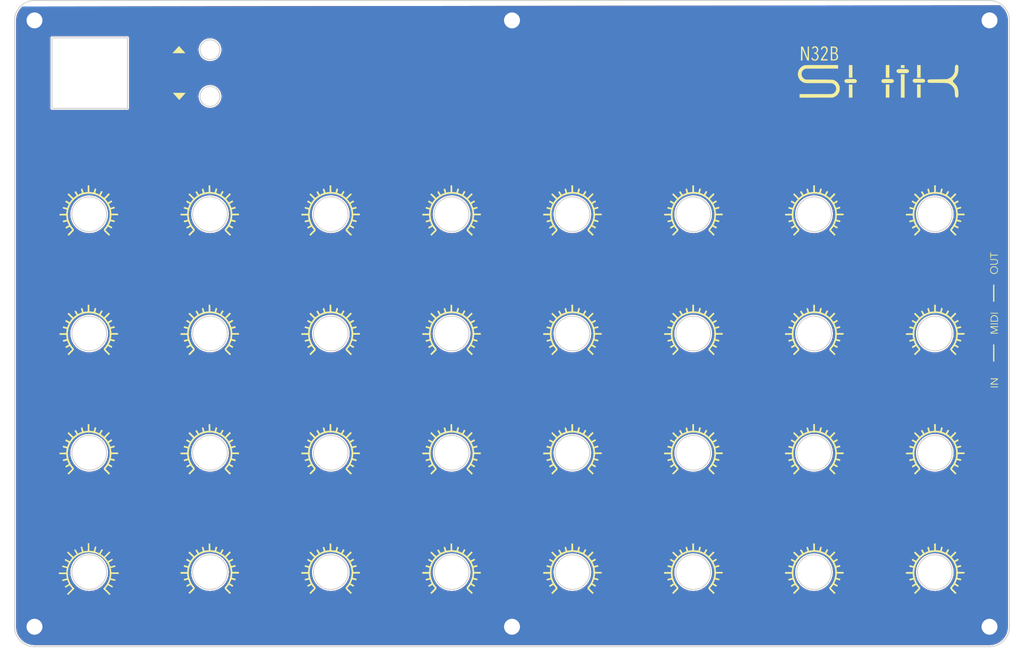
<source format=kicad_pcb>
(kicad_pcb (version 20171130) (host pcbnew "(5.1.2-1)-1")
  (layers (0 F.Cu signal) (31 B.Cu signal) (34 B.Paste user) (35 F.Paste user) (36 B.SilkS user) (37 F.SilkS user) (38 B.Mask user) (39 F.Mask user) (44 Edge.Cuts user))
  (net 0 "")
  (net 1 GND)
  (module N32B-Top-panel:n32b-top-panel-v1.2 (layer F.Cu) (at 148.99 95.002)
    (fp_text reference G*** hide)
    (fp_text value LOGO hide)
  )
  (module MountingHole:MountingHole_3.2mm_M3_DIN965_Pad (layer F.Cu) (at 52.99 154.002)
    (fp_text reference H6 hide)
    (fp_text value MountingHole_Pad)
    (pad 1 thru_hole circle (at 0 0) (size 5.6 5.6) (drill 3.2) (layers *.Cu *.Mask) (net 1 GND))
  )
  (module MountingHole:MountingHole_3.2mm_M3_DIN965_Pad (layer F.Cu) (at 148.99 154.002)
    (fp_text reference H5 hide)
    (fp_text value MountingHole_Pad)
    (pad 1 thru_hole circle (at 0 0) (size 5.6 5.6) (drill 3.2) (layers *.Cu *.Mask) (net 1 GND))
  )
  (module MountingHole:MountingHole_3.2mm_M3_DIN965_Pad (layer F.Cu) (at 52.99 32.002)
    (fp_text reference H1 hide)
    (fp_text value MountingHole_Pad)
    (pad 1 thru_hole circle (at 0 0) (size 5 5) (drill 3.2) (layers *.Cu *.Mask) (net 1 GND))
  )
  (module MountingHole:MountingHole_3.2mm_M3_DIN965_Pad (layer F.Cu) (at 148.99 32.002)
    (fp_text reference H2 hide)
    (fp_text value MountingHole_Pad)
    (pad 1 thru_hole circle (at 0 0) (size 5 5) (drill 3.2) (layers *.Cu *.Mask) (net 1 GND))
  )
  (module MountingHole:MountingHole_3.2mm_M3_DIN965_Pad (layer F.Cu) (at 244.99 154.002)
    (fp_text reference H3 hide)
    (fp_text value MountingHole_Pad)
    (pad 1 thru_hole circle (at 0 0) (size 5 5) (drill 3.2) (layers *.Cu *.Mask) (net 1 GND))
  )
  (module MountingHole:MountingHole_3.2mm_M3_DIN965_Pad (layer F.Cu) (at 244.99 32.002)
    (fp_text reference H4 hide)
    (fp_text value MountingHole_Pad)
    (pad 1 thru_hole circle (at 0 0) (size 5.6 5.6) (drill 3.2) (layers *.Cu *.Mask) (net 1 GND))
  )
  (gr_circle (center 88.275999 47.302002) (end 90.275999 47.302002) (layer Edge.Cuts) (width 0.2))
  (gr_circle (center 209.706 71.002) (end 213.206 71.002) (layer Edge.Cuts) (width 0.2))
  (gr_circle (center 112.562 95.002) (end 116.062 95.002) (layer Edge.Cuts) (width 0.2))
  (gr_circle (center 136.848 119.002) (end 140.348 119.002) (layer Edge.Cuts) (width 0.2))
  (gr_line (start 48.99 154.002) (end 48.99 32.002) (layer Edge.Cuts) (width 0.2))
  (gr_arc (start 52.99 154.002) (end 48.99 154.002) (angle -90) (layer Edge.Cuts) (width 0.2))
  (gr_line (start 245.018284 158.002) (end 52.989999 158.002) (layer Edge.Cuts) (width 0.2))
  (gr_arc (start 244.99 154.0021) (end 245.018284 158.002) (angle -89.59485748) (layer Edge.Cuts) (width 0.2))
  (gr_line (start 248.99 32.002001) (end 248.99 154.0021) (layer Edge.Cuts) (width 0.2))
  (gr_arc (start 244.99 32.002) (end 248.99 32.002001) (angle -90.00000001) (layer Edge.Cuts) (width 0.2))
  (gr_line (start 52.989999 28.002) (end 244.99 28.002001) (layer Edge.Cuts) (width 0.2))
  (gr_arc (start 52.989999 32.002) (end 52.989999 28.002) (angle -90) (layer Edge.Cuts) (width 0.2))
  (gr_circle (center 233.992 71.002) (end 237.492 71.002) (layer Edge.Cuts) (width 0.2))
  (gr_circle (center 112.562 119.002) (end 116.062 119.002) (layer Edge.Cuts) (width 0.2))
  (gr_circle (center 112.562 71.002) (end 116.062 71.002) (layer Edge.Cuts) (width 0.2))
  (gr_circle (center 233.992 95.002) (end 237.492 95.002) (layer Edge.Cuts) (width 0.2))
  (gr_circle (center 63.99 95.002) (end 67.49 95.002) (layer Edge.Cuts) (width 0.2))
  (gr_circle (center 185.42 71.002) (end 188.92 71.002) (layer Edge.Cuts) (width 0.2))
  (gr_circle (center 185.42 119.002) (end 188.92 119.002) (layer Edge.Cuts) (width 0.2))
  (gr_circle (center 136.848 95.002) (end 140.348 95.002) (layer Edge.Cuts) (width 0.2))
  (gr_circle (center 136.848 143.002) (end 140.348 143.002) (layer Edge.Cuts) (width 0.2))
  (gr_circle (center 136.848 71.002) (end 140.348 71.002) (layer Edge.Cuts) (width 0.2))
  (gr_circle (center 233.992 143.002) (end 237.492 143.002) (layer Edge.Cuts) (width 0.2))
  (gr_circle (center 161.134 119.002) (end 164.634 119.002) (layer Edge.Cuts) (width 0.2))
  (gr_line (start 56.489999 35.502002) (end 56.489999 49.702002) (layer Edge.Cuts) (width 0.2))
  (gr_line (start 71.689999 35.502002) (end 56.489999 35.502002) (layer Edge.Cuts) (width 0.2))
  (gr_line (start 71.689999 49.702002) (end 71.689999 35.502002) (layer Edge.Cuts) (width 0.2))
  (gr_line (start 56.489999 49.702002) (end 71.689999 49.702002) (layer Edge.Cuts) (width 0.2))
  (gr_circle (center 88.276 71.002) (end 91.775999 71.002) (layer Edge.Cuts) (width 0.2))
  (gr_circle (center 112.562 143.002) (end 116.062 143.002) (layer Edge.Cuts) (width 0.2))
  (gr_circle (center 161.134 95.002) (end 164.634 95.002) (layer Edge.Cuts) (width 0.2))
  (gr_circle (center 209.706 119.002) (end 213.206 119.002) (layer Edge.Cuts) (width 0.2))
  (gr_circle (center 88.276 37.902002) (end 90.276 37.902002) (layer Edge.Cuts) (width 0.2))
  (gr_circle (center 63.99 119.002) (end 67.49 119.002) (layer Edge.Cuts) (width 0.2))
  (gr_circle (center 209.706 143.002) (end 213.206 143.002) (layer Edge.Cuts) (width 0.2))
  (gr_circle (center 161.134 143.002) (end 164.634 143.002) (layer Edge.Cuts) (width 0.2))
  (gr_circle (center 63.99 143.002) (end 67.49 143.002) (layer Edge.Cuts) (width 0.2))
  (gr_circle (center 185.42 95.002) (end 188.92 95.002) (layer Edge.Cuts) (width 0.2))
  (gr_circle (center 88.276 95.002) (end 91.775999 95.002) (layer Edge.Cuts) (width 0.2))
  (gr_circle (center 233.992 119.002) (end 237.492 119.002) (layer Edge.Cuts) (width 0.2))
  (gr_circle (center 63.99 71.002) (end 67.49 71.002) (layer Edge.Cuts) (width 0.2))
  (gr_circle (center 161.134 71.002) (end 164.634 71.002) (layer Edge.Cuts) (width 0.2))
  (gr_circle (center 209.706 95.002) (end 213.206 95.002) (layer Edge.Cuts) (width 0.2))
  (gr_circle (center 88.276 143.002) (end 91.775999 143.002) (layer Edge.Cuts) (width 0.2))
  (gr_circle (center 88.276 119.002) (end 91.775999 119.002) (layer Edge.Cuts) (width 0.2))
  (gr_circle (center 185.42 143.002) (end 188.92 143.002) (layer Edge.Cuts) (width 0.2))
  (zone (net 1) (net_name GND) (layer F.Cu) (connect_pads yes (clearance 0.2)) (min_thickness 0.254) (fill yes (arc_segments 32) (thermal_gap 0.508) (thermal_bridge_width 0.508))
    (polygon (pts (xy 49.276 29.21) (xy 250.444 28.956) (xy 250.19 160.274) (xy 49.276 160.274)))
  )
  (zone (net 1) (net_name GND) (layer B.Cu) (connect_pads yes (clearance 0.2)) (min_thickness 0.254) (fill yes (arc_segments 32) (thermal_gap 0.508) (thermal_bridge_width 0.508))
    (polygon (pts (xy 49.276 29.21) (xy 250.444 28.956) (xy 250.19 160.274) (xy 49.276 160.274)))
  )
)
</source>
